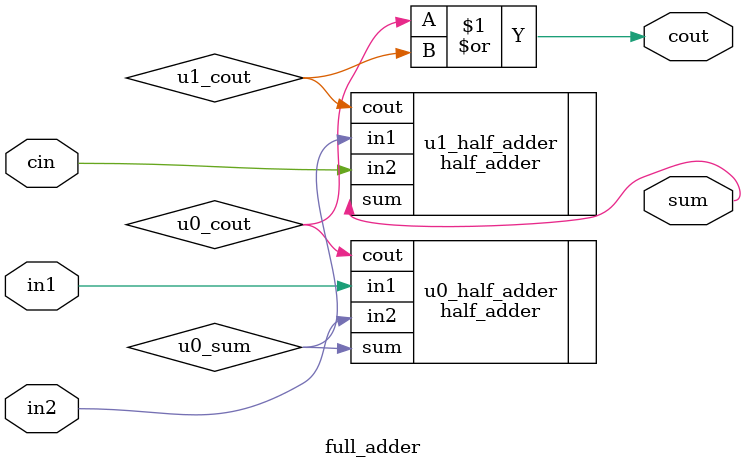
<source format=v>

/**
module full_adder (
    input ai,bi,ci,
    output co,so
);

assign {co,so}=ai+bi+ci;

endmodule

**/

module full_adder (
    input wire in1,
    input wire in2,
    input wire cin,
    output wire sum,
    output wire cout
);

wire u0_cout;
wire u0_sum;
wire u1_cout;

half_adder u0_half_adder(
    .in1  ( in1  ),
    .in2  ( in2  ),
    .cout ( u0_cout ),
    .sum  ( u0_sum  )
);

half_adder u1_half_adder(
    .in1  ( u0_sum  ),
    .in2  ( cin  ),
    .cout ( u1_cout ),
    .sum  ( sum  )
);

assign cout=u0_cout|u1_cout;


endmodule
</source>
